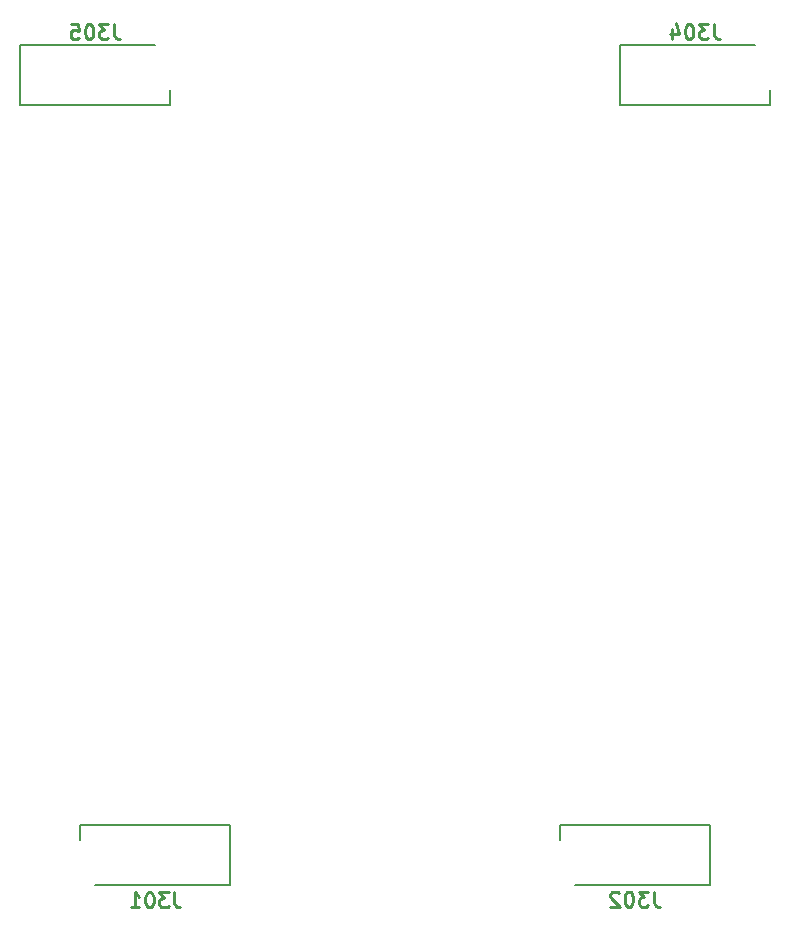
<source format=gbo>
G04 #@! TF.GenerationSoftware,KiCad,Pcbnew,(5.1.6)-1*
G04 #@! TF.CreationDate,2021-04-16T13:49:19+02:00*
G04 #@! TF.ProjectId,Interfaceboard,496e7465-7266-4616-9365-626f6172642e,Version 1*
G04 #@! TF.SameCoordinates,Original*
G04 #@! TF.FileFunction,Legend,Bot*
G04 #@! TF.FilePolarity,Positive*
%FSLAX46Y46*%
G04 Gerber Fmt 4.6, Leading zero omitted, Abs format (unit mm)*
G04 Created by KiCad (PCBNEW (5.1.6)-1) date 2021-04-16 13:49:19*
%MOMM*%
%LPD*%
G01*
G04 APERTURE LIST*
%ADD10C,0.200000*%
%ADD11C,0.254000*%
G04 APERTURE END LIST*
D10*
X125960000Y-58260000D02*
X125960000Y-59530000D01*
X125960000Y-59530000D02*
X113260000Y-59530000D01*
X113260000Y-59530000D02*
X113260000Y-54450000D01*
X113260000Y-54450000D02*
X124690000Y-54450000D01*
X176740000Y-58260000D02*
X176740000Y-59530000D01*
X176740000Y-59530000D02*
X164040000Y-59530000D01*
X164040000Y-59530000D02*
X164040000Y-54450000D01*
X164040000Y-54450000D02*
X175470000Y-54450000D01*
X158970000Y-121740000D02*
X158970000Y-120470000D01*
X158970000Y-120470000D02*
X171670000Y-120470000D01*
X171670000Y-120470000D02*
X171670000Y-125550000D01*
X171670000Y-125550000D02*
X160240000Y-125550000D01*
X118330000Y-121740000D02*
X118330000Y-120470000D01*
X118330000Y-120470000D02*
X131030000Y-120470000D01*
X131030000Y-120470000D02*
X131030000Y-125550000D01*
X131030000Y-125550000D02*
X119600000Y-125550000D01*
D11*
X121232857Y-52654523D02*
X121232857Y-53561666D01*
X121293333Y-53743095D01*
X121414285Y-53864047D01*
X121595714Y-53924523D01*
X121716666Y-53924523D01*
X120749047Y-52654523D02*
X119962857Y-52654523D01*
X120386190Y-53138333D01*
X120204761Y-53138333D01*
X120083809Y-53198809D01*
X120023333Y-53259285D01*
X119962857Y-53380238D01*
X119962857Y-53682619D01*
X120023333Y-53803571D01*
X120083809Y-53864047D01*
X120204761Y-53924523D01*
X120567619Y-53924523D01*
X120688571Y-53864047D01*
X120749047Y-53803571D01*
X119176666Y-52654523D02*
X119055714Y-52654523D01*
X118934761Y-52715000D01*
X118874285Y-52775476D01*
X118813809Y-52896428D01*
X118753333Y-53138333D01*
X118753333Y-53440714D01*
X118813809Y-53682619D01*
X118874285Y-53803571D01*
X118934761Y-53864047D01*
X119055714Y-53924523D01*
X119176666Y-53924523D01*
X119297619Y-53864047D01*
X119358095Y-53803571D01*
X119418571Y-53682619D01*
X119479047Y-53440714D01*
X119479047Y-53138333D01*
X119418571Y-52896428D01*
X119358095Y-52775476D01*
X119297619Y-52715000D01*
X119176666Y-52654523D01*
X117604285Y-52654523D02*
X118209047Y-52654523D01*
X118269523Y-53259285D01*
X118209047Y-53198809D01*
X118088095Y-53138333D01*
X117785714Y-53138333D01*
X117664761Y-53198809D01*
X117604285Y-53259285D01*
X117543809Y-53380238D01*
X117543809Y-53682619D01*
X117604285Y-53803571D01*
X117664761Y-53864047D01*
X117785714Y-53924523D01*
X118088095Y-53924523D01*
X118209047Y-53864047D01*
X118269523Y-53803571D01*
X172032857Y-52654523D02*
X172032857Y-53561666D01*
X172093333Y-53743095D01*
X172214285Y-53864047D01*
X172395714Y-53924523D01*
X172516666Y-53924523D01*
X171549047Y-52654523D02*
X170762857Y-52654523D01*
X171186190Y-53138333D01*
X171004761Y-53138333D01*
X170883809Y-53198809D01*
X170823333Y-53259285D01*
X170762857Y-53380238D01*
X170762857Y-53682619D01*
X170823333Y-53803571D01*
X170883809Y-53864047D01*
X171004761Y-53924523D01*
X171367619Y-53924523D01*
X171488571Y-53864047D01*
X171549047Y-53803571D01*
X169976666Y-52654523D02*
X169855714Y-52654523D01*
X169734761Y-52715000D01*
X169674285Y-52775476D01*
X169613809Y-52896428D01*
X169553333Y-53138333D01*
X169553333Y-53440714D01*
X169613809Y-53682619D01*
X169674285Y-53803571D01*
X169734761Y-53864047D01*
X169855714Y-53924523D01*
X169976666Y-53924523D01*
X170097619Y-53864047D01*
X170158095Y-53803571D01*
X170218571Y-53682619D01*
X170279047Y-53440714D01*
X170279047Y-53138333D01*
X170218571Y-52896428D01*
X170158095Y-52775476D01*
X170097619Y-52715000D01*
X169976666Y-52654523D01*
X168464761Y-53077857D02*
X168464761Y-53924523D01*
X168767142Y-52594047D02*
X169069523Y-53501190D01*
X168283333Y-53501190D01*
X166932857Y-126104523D02*
X166932857Y-127011666D01*
X166993333Y-127193095D01*
X167114285Y-127314047D01*
X167295714Y-127374523D01*
X167416666Y-127374523D01*
X166449047Y-126104523D02*
X165662857Y-126104523D01*
X166086190Y-126588333D01*
X165904761Y-126588333D01*
X165783809Y-126648809D01*
X165723333Y-126709285D01*
X165662857Y-126830238D01*
X165662857Y-127132619D01*
X165723333Y-127253571D01*
X165783809Y-127314047D01*
X165904761Y-127374523D01*
X166267619Y-127374523D01*
X166388571Y-127314047D01*
X166449047Y-127253571D01*
X164876666Y-126104523D02*
X164755714Y-126104523D01*
X164634761Y-126165000D01*
X164574285Y-126225476D01*
X164513809Y-126346428D01*
X164453333Y-126588333D01*
X164453333Y-126890714D01*
X164513809Y-127132619D01*
X164574285Y-127253571D01*
X164634761Y-127314047D01*
X164755714Y-127374523D01*
X164876666Y-127374523D01*
X164997619Y-127314047D01*
X165058095Y-127253571D01*
X165118571Y-127132619D01*
X165179047Y-126890714D01*
X165179047Y-126588333D01*
X165118571Y-126346428D01*
X165058095Y-126225476D01*
X164997619Y-126165000D01*
X164876666Y-126104523D01*
X163969523Y-126225476D02*
X163909047Y-126165000D01*
X163788095Y-126104523D01*
X163485714Y-126104523D01*
X163364761Y-126165000D01*
X163304285Y-126225476D01*
X163243809Y-126346428D01*
X163243809Y-126467380D01*
X163304285Y-126648809D01*
X164030000Y-127374523D01*
X163243809Y-127374523D01*
X126332857Y-126154523D02*
X126332857Y-127061666D01*
X126393333Y-127243095D01*
X126514285Y-127364047D01*
X126695714Y-127424523D01*
X126816666Y-127424523D01*
X125849047Y-126154523D02*
X125062857Y-126154523D01*
X125486190Y-126638333D01*
X125304761Y-126638333D01*
X125183809Y-126698809D01*
X125123333Y-126759285D01*
X125062857Y-126880238D01*
X125062857Y-127182619D01*
X125123333Y-127303571D01*
X125183809Y-127364047D01*
X125304761Y-127424523D01*
X125667619Y-127424523D01*
X125788571Y-127364047D01*
X125849047Y-127303571D01*
X124276666Y-126154523D02*
X124155714Y-126154523D01*
X124034761Y-126215000D01*
X123974285Y-126275476D01*
X123913809Y-126396428D01*
X123853333Y-126638333D01*
X123853333Y-126940714D01*
X123913809Y-127182619D01*
X123974285Y-127303571D01*
X124034761Y-127364047D01*
X124155714Y-127424523D01*
X124276666Y-127424523D01*
X124397619Y-127364047D01*
X124458095Y-127303571D01*
X124518571Y-127182619D01*
X124579047Y-126940714D01*
X124579047Y-126638333D01*
X124518571Y-126396428D01*
X124458095Y-126275476D01*
X124397619Y-126215000D01*
X124276666Y-126154523D01*
X122643809Y-127424523D02*
X123369523Y-127424523D01*
X123006666Y-127424523D02*
X123006666Y-126154523D01*
X123127619Y-126335952D01*
X123248571Y-126456904D01*
X123369523Y-126517380D01*
M02*

</source>
